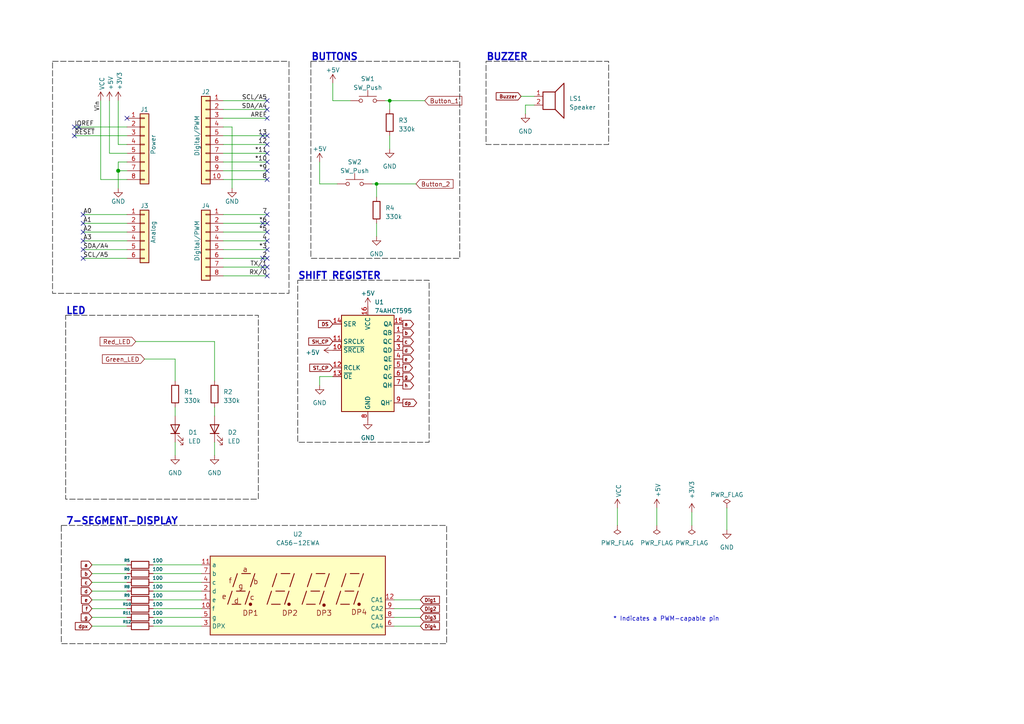
<source format=kicad_sch>
(kicad_sch (version 20230121) (generator eeschema)
  (paper "A4")
  (title_block (date "mar. 31 mars 2015"))
  (lib_symbols
    (symbol "+5V_1" (power) (pin_names (offset 0))
      (property "Value" "+5V_1" (at 0 3.556 0))
      (symbol "+5V_1_0_1"
        (polyline (pts (xy -0.762 1.27) (xy 0 2.54)))
        (polyline (pts (xy 0 0) (xy 0 2.54)))
        (polyline (pts (xy 0 2.54) (xy 0.762 1.27)))
      )
      (symbol "+5V_1_1_1"
        (pin power_in line (at 0 0 90) (length 0) hide (name "+5V") (number "1"))
      )
    )
    (symbol "+5V_2" (power) (pin_names (offset 0))
      (property "Value" "+5V_2" (at 0 3.556 0))
      (symbol "+5V_2_0_1"
        (polyline (pts (xy -0.762 1.27) (xy 0 2.54)))
        (polyline (pts (xy 0 0) (xy 0 2.54)))
        (polyline (pts (xy 0 2.54) (xy 0.762 1.27)))
      )
      (symbol "+5V_2_1_1"
        (pin power_in line (at 0 0 90) (length 0) hide (name "+5V") (number "1"))
      )
    )
    (symbol "+5V_3" (power) (pin_names (offset 0))
      (property "Value" "+5V_3" (at 0 3.556 0))
      (symbol "+5V_3_0_1"
        (polyline (pts (xy -0.762 1.27) (xy 0 2.54)))
        (polyline (pts (xy 0 0) (xy 0 2.54)))
        (polyline (pts (xy 0 2.54) (xy 0.762 1.27)))
      )
      (symbol "+5V_3_1_1"
        (pin power_in line (at 0 0 90) (length 0) hide (name "+5V") (number "1"))
      )
    )
    (symbol "74xx:74AHCT595"
      (property "Reference" "U" (at -7.62 13.97 0))
      (property "Value" "74AHCT595" (at -7.62 -16.51 0))
      (symbol "74AHCT595_1_0"
        (pin tri_state line (at 10.16 7.62 180) (length 2.54) (name "QB") (number "1"))
        (pin input line (at -10.16 2.54 0) (length 2.54) (name "~{SRCLR}") (number "10"))
        (pin input line (at -10.16 5.08 0) (length 2.54) (name "SRCLK") (number "11"))
        (pin input line (at -10.16 -2.54 0) (length 2.54) (name "RCLK") (number "12"))
        (pin input line (at -10.16 -5.08 0) (length 2.54) (name "~{OE}") (number "13"))
        (pin input line (at -10.16 10.16 0) (length 2.54) (name "SER") (number "14"))
        (pin tri_state line (at 10.16 10.16 180) (length 2.54) (name "QA") (number "15"))
        (pin power_in line (at 0 15.24 270) (length 2.54) (name "VCC") (number "16"))
        (pin tri_state line (at 10.16 5.08 180) (length 2.54) (name "QC") (number "2"))
        (pin tri_state line (at 10.16 2.54 180) (length 2.54) (name "QD") (number "3"))
        (pin tri_state line (at 10.16 0 180) (length 2.54) (name "QE") (number "4"))
        (pin tri_state line (at 10.16 -2.54 180) (length 2.54) (name "QF") (number "5"))
        (pin tri_state line (at 10.16 -5.08 180) (length 2.54) (name "QG") (number "6"))
        (pin tri_state line (at 10.16 -7.62 180) (length 2.54) (name "QH") (number "7"))
        (pin power_in line (at 0 -17.78 90) (length 2.54) (name "GND") (number "8"))
        (pin output line (at 10.16 -12.7 180) (length 2.54) (name "QH'") (number "9"))
      )
      (symbol "74AHCT595_1_1"
        (rectangle (start -7.62 12.7) (end 7.62 -15.24) (stroke (width 0.254)) (fill (type background)))
      )
    )
    (symbol "Connector_Generic:Conn_01x06" (pin_names (offset 1.016) hide)
      (property "Reference" "J" (at 0 7.62 0))
      (property "Value" "Conn_01x06" (at 0 -10.16 0))
      (symbol "Conn_01x06_1_1"
        (rectangle (start -1.27 -7.493) (end 0 -7.747) (stroke (width 0.1524)))
        (rectangle (start -1.27 -4.953) (end 0 -5.207) (stroke (width 0.1524)))
        (rectangle (start -1.27 -2.413) (end 0 -2.667) (stroke (width 0.1524)))
        (rectangle (start -1.27 0.127) (end 0 -0.127) (stroke (width 0.1524)))
        (rectangle (start -1.27 2.667) (end 0 2.413) (stroke (width 0.1524)))
        (rectangle (start -1.27 5.207) (end 0 4.953) (stroke (width 0.1524)))
        (rectangle (start -1.27 6.35) (end 1.27 -8.89) (stroke (width 0.254)) (fill (type background)))
        (pin passive line (at -5.08 5.08 0) (length 3.81) (name "Pin_1") (number "1"))
        (pin passive line (at -5.08 2.54 0) (length 3.81) (name "Pin_2") (number "2"))
        (pin passive line (at -5.08 0 0) (length 3.81) (name "Pin_3") (number "3"))
        (pin passive line (at -5.08 -2.54 0) (length 3.81) (name "Pin_4") (number "4"))
        (pin passive line (at -5.08 -5.08 0) (length 3.81) (name "Pin_5") (number "5"))
        (pin passive line (at -5.08 -7.62 0) (length 3.81) (name "Pin_6") (number "6"))
      )
    )
    (symbol "Connector_Generic:Conn_01x08" (pin_names (offset 1.016) hide)
      (property "Reference" "J" (at 0 10.16 0))
      (property "Value" "Conn_01x08" (at 0 -12.7 0))
      (symbol "Conn_01x08_1_1"
        (rectangle (start -1.27 -10.033) (end 0 -10.287) (stroke (width 0.1524)))
        (rectangle (start -1.27 -7.493) (end 0 -7.747) (stroke (width 0.1524)))
        (rectangle (start -1.27 -4.953) (end 0 -5.207) (stroke (width 0.1524)))
        (rectangle (start -1.27 -2.413) (end 0 -2.667) (stroke (width 0.1524)))
        (rectangle (start -1.27 0.127) (end 0 -0.127) (stroke (width 0.1524)))
        (rectangle (start -1.27 2.667) (end 0 2.413) (stroke (width 0.1524)))
        (rectangle (start -1.27 5.207) (end 0 4.953) (stroke (width 0.1524)))
        (rectangle (start -1.27 7.747) (end 0 7.493) (stroke (width 0.1524)))
        (rectangle (start -1.27 8.89) (end 1.27 -11.43) (stroke (width 0.254)) (fill (type background)))
        (pin passive line (at -5.08 7.62 0) (length 3.81) (name "Pin_1") (number "1"))
        (pin passive line (at -5.08 5.08 0) (length 3.81) (name "Pin_2") (number "2"))
        (pin passive line (at -5.08 2.54 0) (length 3.81) (name "Pin_3") (number "3"))
        (pin passive line (at -5.08 0 0) (length 3.81) (name "Pin_4") (number "4"))
        (pin passive line (at -5.08 -2.54 0) (length 3.81) (name "Pin_5") (number "5"))
        (pin passive line (at -5.08 -5.08 0) (length 3.81) (name "Pin_6") (number "6"))
        (pin passive line (at -5.08 -7.62 0) (length 3.81) (name "Pin_7") (number "7"))
        (pin passive line (at -5.08 -10.16 0) (length 3.81) (name "Pin_8") (number "8"))
      )
    )
    (symbol "Connector_Generic:Conn_01x10" (pin_names (offset 1.016) hide)
      (property "Reference" "J" (at 0 12.7 0))
      (property "Value" "Conn_01x10" (at 0 -15.24 0))
      (symbol "Conn_01x10_1_1"
        (rectangle (start -1.27 -12.573) (end 0 -12.827) (stroke (width 0.1524)))
        (rectangle (start -1.27 -10.033) (end 0 -10.287) (stroke (width 0.1524)))
        (rectangle (start -1.27 -7.493) (end 0 -7.747) (stroke (width 0.1524)))
        (rectangle (start -1.27 -4.953) (end 0 -5.207) (stroke (width 0.1524)))
        (rectangle (start -1.27 -2.413) (end 0 -2.667) (stroke (width 0.1524)))
        (rectangle (start -1.27 0.127) (end 0 -0.127) (stroke (width 0.1524)))
        (rectangle (start -1.27 2.667) (end 0 2.413) (stroke (width 0.1524)))
        (rectangle (start -1.27 5.207) (end 0 4.953) (stroke (width 0.1524)))
        (rectangle (start -1.27 7.747) (end 0 7.493) (stroke (width 0.1524)))
        (rectangle (start -1.27 10.287) (end 0 10.033) (stroke (width 0.1524)))
        (rectangle (start -1.27 11.43) (end 1.27 -13.97) (stroke (width 0.254)) (fill (type background)))
        (pin passive line (at -5.08 10.16 0) (length 3.81) (name "Pin_1") (number "1"))
        (pin passive line (at -5.08 -12.7 0) (length 3.81) (name "Pin_10") (number "10"))
        (pin passive line (at -5.08 7.62 0) (length 3.81) (name "Pin_2") (number "2"))
        (pin passive line (at -5.08 5.08 0) (length 3.81) (name "Pin_3") (number "3"))
        (pin passive line (at -5.08 2.54 0) (length 3.81) (name "Pin_4") (number "4"))
        (pin passive line (at -5.08 0 0) (length 3.81) (name "Pin_5") (number "5"))
        (pin passive line (at -5.08 -2.54 0) (length 3.81) (name "Pin_6") (number "6"))
        (pin passive line (at -5.08 -5.08 0) (length 3.81) (name "Pin_7") (number "7"))
        (pin passive line (at -5.08 -7.62 0) (length 3.81) (name "Pin_8") (number "8"))
        (pin passive line (at -5.08 -10.16 0) (length 3.81) (name "Pin_9") (number "9"))
      )
    )
    (symbol "Device:LED" (pin_numbers hide) (pin_names (offset 1.016) hide)
      (property "Reference" "D" (at 0 2.54 0))
      (property "Value" "LED" (at 0 -2.54 0))
      (symbol "LED_0_1"
        (polyline (pts (xy -1.27 -1.27) (xy -1.27 1.27)) (stroke (width 0.254)))
        (polyline (pts (xy -1.27 0) (xy 1.27 0)))
        (polyline (pts (xy 1.27 -1.27) (xy 1.27 1.27) (xy -1.27 0) (xy 1.27 -1.27)) (stroke (width 0.254)))
        (polyline (pts (xy -3.048 -0.762) (xy -4.572 -2.286) (xy -3.81 -2.286) (xy -4.572 -2.286) (xy -4.572 -1.524)))
        (polyline (pts (xy -1.778 -0.762) (xy -3.302 -2.286) (xy -2.54 -2.286) (xy -3.302 -2.286) (xy -3.302 -1.524)))
      )
      (symbol "LED_1_1"
        (pin passive line (at -3.81 0 0) (length 2.54) (name "K") (number "1"))
        (pin passive line (at 3.81 0 180) (length 2.54) (name "A") (number "2"))
      )
    )
    (symbol "Device:R" (pin_numbers hide) (pin_names (offset 0))
      (property "Reference" "R" (at 2.032 0 90))
      (property "Value" "R" (at 0 0 90))
      (symbol "R_0_1"
        (rectangle (start -1.016 -2.54) (end 1.016 2.54) (stroke (width 0.254)))
      )
      (symbol "R_1_1"
        (pin passive line (at 0 3.81 270) (length 1.27) (name "~") (number "1"))
        (pin passive line (at 0 -3.81 90) (length 1.27) (name "~") (number "2"))
      )
    )
    (symbol "Device:Speaker" (pin_names (offset 0) hide)
      (property "Reference" "LS" (at 1.27 5.715 0))
      (property "Value" "Speaker" (at 1.27 3.81 0))
      (symbol "Speaker_0_0"
        (rectangle (start -2.54 1.27) (end 1.016 -3.81) (stroke (width 0.254)))
        (polyline (pts (xy 1.016 1.27) (xy 3.556 3.81) (xy 3.556 -6.35) (xy 1.016 -3.81)) (stroke (width 0.254)))
      )
      (symbol "Speaker_1_1"
        (pin input line (at -5.08 0 0) (length 2.54) (name "1") (number "1"))
        (pin input line (at -5.08 -2.54 0) (length 2.54) (name "2") (number "2"))
      )
    )
    (symbol "Display_Character:CA56-12EWA"
      (property "Reference" "U2" (at 0 16.51 0))
      (property "Value" "CA56-12EWA" (at 0 13.97 0))
      (symbol "CA56-12EWA_0_0"
        (rectangle (start -25.4 10.16) (end 25.4 -12.7) (stroke (width 0.254)) (fill (type background)))
        (polyline (pts (xy -20.32 -3.81) (xy -19.05 0)) (stroke (width 0.254)))
        (polyline (pts (xy -19.05 -3.81) (xy -16.51 -3.81)) (stroke (width 0.254)))
        (polyline (pts (xy -18.796 1.27) (xy -17.526 5.08)) (stroke (width 0.254)))
        (polyline (pts (xy -17.78 0) (xy -15.24 0)) (stroke (width 0.254)))
        (polyline (pts (xy -16.256 5.08) (xy -13.716 5.08)) (stroke (width 0.254)))
        (polyline (pts (xy -15.24 -3.81) (xy -13.97 0)) (stroke (width 0.254)))
        (polyline (pts (xy -13.716 1.27) (xy -12.446 5.08)) (stroke (width 0.254)))
        (polyline (pts (xy -8.89 -3.81) (xy -7.62 0)) (stroke (width 0.254)))
        (polyline (pts (xy -7.62 -3.81) (xy -5.08 -3.81)) (stroke (width 0.254)))
        (polyline (pts (xy -7.366 1.27) (xy -6.096 5.08)) (stroke (width 0.254)))
        (polyline (pts (xy -6.35 0) (xy -3.81 0)) (stroke (width 0.254)))
        (polyline (pts (xy -4.826 5.08) (xy -2.286 5.08)) (stroke (width 0.254)))
        (polyline (pts (xy -3.81 -3.81) (xy -2.54 0)) (stroke (width 0.254)))
        (polyline (pts (xy -2.286 1.27) (xy -1.016 5.08)) (stroke (width 0.254)))
        (polyline (pts (xy 1.27 -3.81) (xy 2.54 0)) (stroke (width 0.254)))
        (polyline (pts (xy 2.54 -3.81) (xy 5.08 -3.81)) (stroke (width 0.254)))
        (polyline (pts (xy 2.794 1.27) (xy 4.064 5.08)) (stroke (width 0.254)))
        (polyline (pts (xy 3.81 0) (xy 6.35 0)) (stroke (width 0.254)))
        (polyline (pts (xy 5.334 5.08) (xy 7.874 5.08)) (stroke (width 0.254)))
        (polyline (pts (xy 6.35 -3.81) (xy 7.62 0)) (stroke (width 0.254)))
        (polyline (pts (xy 7.874 1.27) (xy 9.144 5.08)) (stroke (width 0.254)))
        (polyline (pts (xy 11.176 -3.81) (xy 12.446 0)) (stroke (width 0.254)))
        (polyline (pts (xy 12.446 -3.81) (xy 14.986 -3.81)) (stroke (width 0.254)))
        (polyline (pts (xy 12.7 1.27) (xy 13.97 5.08)) (stroke (width 0.254)))
        (polyline (pts (xy 13.716 0) (xy 16.256 0)) (stroke (width 0.254)))
        (polyline (pts (xy 15.24 5.08) (xy 17.78 5.08)) (stroke (width 0.254)))
        (polyline (pts (xy 16.256 -3.81) (xy 17.526 0)) (stroke (width 0.254)))
        (polyline (pts (xy 17.78 1.27) (xy 19.05 5.08)) (stroke (width 0.254)))
        (text "a" (at -15.24 6.35 0) (effects (font (size 1.524 1.524))))
        (text "b" (at -12.192 2.794 0) (effects (font (size 1.524 1.524))))
        (text "c" (at -13.208 -1.778 0) (effects (font (size 1.524 1.524))))
        (text "d" (at -17.78 -2.794 0) (effects (font (size 1.524 1.524))))
        (text "DP1" (at -13.716 -6.35 0) (effects (font (size 1.524 1.524))))
        (text "DP2" (at -2.286 -6.35 0) (effects (font (size 1.524 1.524))))
        (text "DP3" (at 7.62 -6.35 0) (effects (font (size 1.524 1.524))))
        (text "DP4" (at 17.78 -6.096 0) (effects (font (size 1.524 1.524))))
        (text "e" (at -21.336 -1.524 0) (effects (font (size 1.524 1.524))))
        (text "f" (at -19.558 3.048 0) (effects (font (size 1.524 1.524))))
        (text "g" (at -16.51 1.524 0) (effects (font (size 1.524 1.524))))
      )
      (symbol "CA56-12EWA_0_1"
        (circle (center -13.716 -3.81) (radius 0.3556) (stroke (width 0.254)) (fill (type outline)))
        (circle (center -2.54 -3.81) (radius 0.3556) (stroke (width 0.254)) (fill (type outline)))
      )
      (symbol "CA56-12EWA_1_0"
        (circle (center 7.62 -4.064) (radius 0.3556) (stroke (width 0.254)) (fill (type outline)))
        (circle (center 17.78 -3.81) (radius 0.3556) (stroke (width 0.254)) (fill (type outline)))
      )
      (symbol "CA56-12EWA_1_1"
        (pin input line (at -27.94 -2.54 0) (length 2.54) (name "e") (number "1"))
        (pin input line (at -27.94 -5.08 0) (length 2.54) (name "f") (number "10"))
        (pin input line (at -27.94 7.62 0) (length 2.54) (name "a") (number "11"))
        (pin input line (at 27.94 -2.54 180) (length 2.54) (name "CA1") (number "12"))
        (pin input line (at -27.94 0 0) (length 2.54) (name "d") (number "2"))
        (pin input line (at -27.94 -10.16 0) (length 2.54) (name "DPX") (number "3"))
        (pin input line (at -27.94 2.54 0) (length 2.54) (name "c") (number "4"))
        (pin input line (at -27.94 -7.62 0) (length 2.54) (name "g") (number "5"))
        (pin input line (at 27.94 -10.16 180) (length 2.54) (name "CA4") (number "6"))
        (pin input line (at -27.94 5.08 0) (length 2.54) (name "b") (number "7"))
        (pin input line (at 27.94 -7.62 180) (length 2.54) (name "CA3") (number "8"))
        (pin input line (at 27.94 -5.08 180) (length 2.54) (name "CA2") (number "9"))
      )
    )
    (symbol "GND_1" (power) (pin_names (offset 0))
      (property "Value" "GND_1" (at 0 -3.81 0))
      (symbol "GND_1_0_1"
        (polyline (pts (xy 0 0) (xy 0 -1.27) (xy 1.27 -1.27) (xy 0 -2.54) (xy -1.27 -1.27) (xy 0 -1.27)))
      )
      (symbol "GND_1_1_1"
        (pin power_in line (at 0 0 270) (length 0) hide (name "GND") (number "1"))
      )
    )
    (symbol "GND_2" (power) (pin_names (offset 0))
      (property "Value" "GND_2" (at 0 -3.81 0))
      (symbol "GND_2_0_1"
        (polyline (pts (xy 0 0) (xy 0 -1.27) (xy 1.27 -1.27) (xy 0 -2.54) (xy -1.27 -1.27) (xy 0 -1.27)))
      )
      (symbol "GND_2_1_1"
        (pin power_in line (at 0 0 270) (length 0) hide (name "GND") (number "1"))
      )
    )
    (symbol "GND_3" (power) (pin_names (offset 0))
      (property "Value" "GND_3" (at 0 -3.81 0))
      (symbol "GND_3_0_1"
        (polyline (pts (xy 0 0) (xy 0 -1.27) (xy 1.27 -1.27) (xy 0 -2.54) (xy -1.27 -1.27) (xy 0 -1.27)))
      )
      (symbol "GND_3_1_1"
        (pin power_in line (at 0 0 270) (length 0) hide (name "GND") (number "1"))
      )
    )
    (symbol "Switch:SW_Push" (pin_numbers hide) (pin_names (offset 1.016) hide)
      (property "Reference" "SW" (at 1.27 2.54 0))
      (property "Value" "SW_Push" (at 0 -1.524 0))
      (symbol "SW_Push_0_1"
        (circle (center -2.032 0) (radius 0.508))
        (polyline (pts (xy 0 1.27) (xy 0 3.048)))
        (polyline (pts (xy 2.54 1.27) (xy -2.54 1.27)))
        (circle (center 2.032 0) (radius 0.508))
        (pin passive line (at -5.08 0 0) (length 2.54) (name "1") (number "1"))
        (pin passive line (at 5.08 0 180) (length 2.54) (name "2") (number "2"))
      )
    )
    (symbol "power:+3V3" (power) (pin_names (offset 0))
      (property "Value" "+3V3" (at 0 3.556 0))
      (symbol "+3V3_0_1"
        (polyline (pts (xy -0.762 1.27) (xy 0 2.54)))
        (polyline (pts (xy 0 0) (xy 0 2.54)))
        (polyline (pts (xy 0 2.54) (xy 0.762 1.27)))
      )
      (symbol "+3V3_1_1"
        (pin power_in line (at 0 0 90) (length 0) hide (name "+3V3") (number "1"))
      )
    )
    (symbol "power:+5V" (power) (pin_names (offset 0))
      (property "Value" "+5V" (at 0 3.556 0))
      (symbol "+5V_0_1"
        (polyline (pts (xy -0.762 1.27) (xy 0 2.54)))
        (polyline (pts (xy 0 0) (xy 0 2.54)))
        (polyline (pts (xy 0 2.54) (xy 0.762 1.27)))
      )
      (symbol "+5V_1_1"
        (pin power_in line (at 0 0 90) (length 0) hide (name "+5V") (number "1"))
      )
    )
    (symbol "power:GND" (power) (pin_names (offset 0))
      (property "Value" "GND" (at 0 -3.81 0))
      (symbol "GND_0_1"
        (polyline (pts (xy 0 0) (xy 0 -1.27) (xy 1.27 -1.27) (xy 0 -2.54) (xy -1.27 -1.27) (xy 0 -1.27)))
      )
      (symbol "GND_1_1"
        (pin power_in line (at 0 0 270) (length 0) hide (name "GND") (number "1"))
      )
    )
    (symbol "power:PWR_FLAG" (power) (pin_numbers hide) (pin_names (offset 0) hide)
      (property "Value" "PWR_FLAG" (at 0 3.81 0))
      (symbol "PWR_FLAG_0_0"
        (pin power_out line (at 0 0 90) (length 0) (name "pwr") (number "1"))
      )
      (symbol "PWR_FLAG_0_1"
        (polyline (pts (xy 0 0) (xy 0 1.27) (xy -1.016 1.905) (xy 0 2.54) (xy 1.016 1.905) (xy 0 1.27)))
      )
    )
    (symbol "power:VCC" (power) (pin_names (offset 0))
      (property "Value" "VCC" (at 0 3.81 0))
      (symbol "VCC_0_1"
        (polyline (pts (xy -0.762 1.27) (xy 0 2.54)))
        (polyline (pts (xy 0 0) (xy 0 2.54)))
        (polyline (pts (xy 0 2.54) (xy 0.762 1.27)))
      )
      (symbol "VCC_1_1"
        (pin power_in line (at 0 0 90) (length 0) hide (name "VCC") (number "1"))
      )
    )
  )
  (junction (at 113.03 29.21))
  (junction (at 34.29 49.53) (diameter 1.016))
  (junction (at 109.22 53.34))
  (no_connect (at 76.2 64.77))
  (no_connect (at 77.47 52.07))
  (no_connect (at 77.47 49.53))
  (no_connect (at 76.2 77.47))
  (no_connect (at 77.47 80.01))
  (no_connect (at 24.13 62.23))
  (no_connect (at 77.47 46.99))
  (no_connect (at 77.47 39.37))
  (no_connect (at 24.13 69.85))
  (no_connect (at 21.59 36.83))
  (no_connect (at 76.2 39.37))
  (no_connect (at 77.47 29.21))
  (no_connect (at 77.47 41.91))
  (no_connect (at 77.47 77.47))
  (no_connect (at 77.47 74.93))
  (no_connect (at 77.47 69.85))
  (no_connect (at 77.47 44.45))
  (no_connect (at 24.13 64.77))
  (no_connect (at 22.86 36.83))
  (no_connect (at 77.47 31.75))
  (no_connect (at 24.13 74.93))
  (no_connect (at 77.47 67.31))
  (no_connect (at 24.13 72.39))
  (no_connect (at 77.47 62.23))
  (no_connect (at 24.13 67.31))
  (no_connect (at 77.47 34.29))
  (no_connect (at 36.83 34.29))
  (no_connect (at 76.2 74.93))
  (no_connect (at 21.59 39.37))
  (no_connect (at 77.47 72.39))
  (no_connect (at 77.47 64.77))
  (wire (pts (xy 64.77 80.01) (xy 77.47 80.01)))
  (wire (pts (xy 92.71 111.76) (xy 92.71 109.22)))
  (wire (pts (xy 50.8 118.11) (xy 50.8 120.65)))
  (wire (pts (xy 64.77 46.99) (xy 77.47 46.99)))
  (wire (pts (xy 26.67 173.99) (xy 36.83 173.99)))
  (wire (pts (xy 26.67 179.07) (xy 36.83 179.07)))
  (wire (pts (xy 64.77 29.21) (xy 77.47 29.21)))
  (wire (pts (xy 34.29 46.99) (xy 34.29 49.53)))
  (wire (pts (xy 109.22 53.34) (xy 109.22 57.15)))
  (wire (pts (xy 97.79 53.34) (xy 92.71 53.34)))
  (wire (pts (xy 24.13 74.93) (xy 36.83 74.93)))
  (wire (pts (xy 92.71 109.22) (xy 96.52 109.22)))
  (wire (pts (xy 26.67 171.45) (xy 36.83 171.45)))
  (wire (pts (xy 113.03 29.21) (xy 111.76 29.21)))
  (wire (pts (xy 34.29 49.53) (xy 34.29 54.61)))
  (wire (pts (xy 34.29 41.91) (xy 36.83 41.91)))
  (wire (pts (xy 31.75 44.45) (xy 36.83 44.45)))
  (wire (pts (xy 114.3 176.53) (xy 121.92 176.53)))
  (wire (pts (xy 31.75 29.21) (xy 31.75 44.45)))
  (wire (pts (xy 114.3 181.61) (xy 121.92 181.61)))
  (wire (pts (xy 107.95 53.34) (xy 109.22 53.34)))
  (wire (pts (xy 64.77 39.37) (xy 77.47 39.37)))
  (wire (pts (xy 34.29 29.21) (xy 34.29 41.91)))
  (wire (pts (xy 64.77 62.23) (xy 77.47 62.23)))
  (wire (pts (xy 44.45 181.61) (xy 58.42 181.61)))
  (wire (pts (xy 151.13 27.94) (xy 154.94 27.94)))
  (wire (pts (xy 36.83 62.23) (xy 24.13 62.23)))
  (wire (pts (xy 64.77 41.91) (xy 77.47 41.91)))
  (wire (pts (xy 64.77 64.77) (xy 77.47 64.77)))
  (wire (pts (xy 113.03 39.37) (xy 113.03 43.18)))
  (wire (pts (xy 113.03 31.75) (xy 113.03 29.21)))
  (wire (pts (xy 109.22 53.34) (xy 120.65 53.34)))
  (wire (pts (xy 26.67 166.37) (xy 36.83 166.37)))
  (wire (pts (xy 64.77 49.53) (xy 77.47 49.53)))
  (wire (pts (xy 200.66 148.59) (xy 200.66 152.4)))
  (wire (pts (xy 109.22 64.77) (xy 109.22 68.58)))
  (wire (pts (xy 41.91 104.14) (xy 50.8 104.14)))
  (wire (pts (xy 190.5 147.32) (xy 190.5 152.4)))
  (wire (pts (xy 44.45 166.37) (xy 58.42 166.37)))
  (wire (pts (xy 64.77 69.85) (xy 77.47 69.85)))
  (wire (pts (xy 114.3 179.07) (xy 121.92 179.07)))
  (wire (pts (xy 21.59 36.83) (xy 36.83 36.83)))
  (wire (pts (xy 154.94 30.48) (xy 152.4 30.48)))
  (wire (pts (xy 92.71 53.34) (xy 92.71 46.99)))
  (wire (pts (xy 67.31 36.83) (xy 67.31 54.61)))
  (wire (pts (xy 64.77 34.29) (xy 77.47 34.29)))
  (wire (pts (xy 152.4 30.48) (xy 152.4 33.02)))
  (wire (pts (xy 36.83 67.31) (xy 24.13 67.31)))
  (wire (pts (xy 21.59 39.37) (xy 36.83 39.37)))
  (wire (pts (xy 44.45 168.91) (xy 58.42 168.91)))
  (wire (pts (xy 36.83 49.53) (xy 34.29 49.53)))
  (wire (pts (xy 36.83 52.07) (xy 29.21 52.07)))
  (wire (pts (xy 39.37 99.06) (xy 62.23 99.06)))
  (wire (pts (xy 24.13 64.77) (xy 36.83 64.77)))
  (wire (pts (xy 210.82 147.32) (xy 210.82 153.67)))
  (wire (pts (xy 44.45 171.45) (xy 58.42 171.45)))
  (wire (pts (xy 62.23 128.27) (xy 62.23 132.08)))
  (wire (pts (xy 121.92 173.99) (xy 114.3 173.99)))
  (wire (pts (xy 62.23 118.11) (xy 62.23 120.65)))
  (wire (pts (xy 50.8 128.27) (xy 50.8 132.08)))
  (wire (pts (xy 64.77 36.83) (xy 67.31 36.83)))
  (wire (pts (xy 36.83 46.99) (xy 34.29 46.99)))
  (wire (pts (xy 101.6 29.21) (xy 96.52 29.21)))
  (wire (pts (xy 62.23 99.06) (xy 62.23 110.49)))
  (wire (pts (xy 64.77 44.45) (xy 77.47 44.45)))
  (wire (pts (xy 179.07 147.32) (xy 179.07 152.4)))
  (wire (pts (xy 26.67 163.83) (xy 36.83 163.83)))
  (wire (pts (xy 50.8 104.14) (xy 50.8 110.49)))
  (wire (pts (xy 26.67 168.91) (xy 36.83 168.91)))
  (wire (pts (xy 44.45 173.99) (xy 58.42 173.99)))
  (wire (pts (xy 64.77 67.31) (xy 77.47 67.31)))
  (wire (pts (xy 96.52 29.21) (xy 96.52 24.13)))
  (wire (pts (xy 24.13 69.85) (xy 36.83 69.85)))
  (wire (pts (xy 44.45 163.83) (xy 58.42 163.83)))
  (wire (pts (xy 64.77 31.75) (xy 77.47 31.75)))
  (wire (pts (xy 64.77 74.93) (xy 77.47 74.93)))
  (wire (pts (xy 44.45 176.53) (xy 58.42 176.53)))
  (wire (pts (xy 64.77 72.39) (xy 77.47 72.39)))
  (wire (pts (xy 26.67 181.61) (xy 36.83 181.61)))
  (wire (pts (xy 26.67 176.53) (xy 36.83 176.53)))
  (wire (pts (xy 44.45 179.07) (xy 58.42 179.07)))
  (wire (pts (xy 64.77 77.47) (xy 77.47 77.47)))
  (wire (pts (xy 29.21 52.07) (xy 29.21 29.21)))
  (wire (pts (xy 113.03 29.21) (xy 123.19 29.21)))
  (wire (pts (xy 36.83 72.39) (xy 24.13 72.39)))
  (wire (pts (xy 64.77 52.07) (xy 77.47 52.07)))
  (rectangle (start 86.36 81.28) (end 124.46 128.27) (stroke (width 0) (type dash) (color 0 0 0 1)))
  (rectangle (start 90.17 17.78) (end 133.35 74.93) (stroke (width 0) (type dash) (color 0 0 0 1)))
  (rectangle (start 140.97 17.78) (end 176.53 41.91) (stroke (width 0) (type dash) (color 0 0 0 1)))
  (rectangle (start 15.24 17.78) (end 83.82 85.09) (stroke (width 0) (type dash) (color 0 0 0 1)))
  (rectangle (start 17.78 152.4) (end 129.54 186.69) (stroke (width 0) (type dash) (color 0 0 0 1)))
  (rectangle (start 19.05 91.44) (end 74.93 144.78) (stroke (width 0) (type dash) (color 0 0 0 1)))
  (text "BUTTONS" (at 90.17 17.78 0) (effects (font (size 2 2) (thickness 0.4) bold) (justify left bottom)))
  (text "BUZZER" (at 140.97 17.78 0) (effects (font (size 2 2) bold) (justify left bottom)))
  (text "LED" (at 19.05 91.44 0) (effects (font (size 2 2) (thickness 0.4) bold) (justify left bottom)))
  (text "* Indicates a PWM-capable pin" (at 177.8 180.34 0) (effects (font (size 1.27 1.27)) (justify left bottom)))
  (text "7-SEGMENT-DISPLAY" (at 19.05 152.4 0) (effects (font (size 2 2) bold) (justify left bottom)))
  (text "SHIFT REGISTER" (at 86.36 81.28 0) (effects (font (size 2 2) bold) (justify left bottom)))
  (label "RX{slash}0" (at 77.47 80.01 180))
  (label "A2" (at 24.13 67.31 0))
  (label "4" (at 77.47 69.85 180))
  (label "2" (at 77.47 74.93 180))
  (label "A3" (at 24.13 69.85 0))
  (label "13" (at 77.47 39.37 180))
  (label "12" (at 77.47 41.91 180))
  (label "~{RESET}" (at 21.59 39.37 0))
  (label "*10" (at 77.47 46.99 180))
  (label "7" (at 77.47 62.23 180))
  (label "SDA{slash}A4" (at 77.47 31.75 180))
  (label "8" (at 77.47 52.07 180))
  (label "*11" (at 77.47 44.45 180))
  (label "*3" (at 77.47 72.39 180))
  (label "A1" (at 24.13 64.77 0))
  (label "TX{slash}1" (at 77.47 77.47 180))
  (label "A0" (at 24.13 62.23 0))
  (label "AREF" (at 77.47 34.29 180))
  (label "Vin" (at 29.21 29.21 270))
  (label "*6" (at 77.47 64.77 180))
  (label "SCL{slash}A5" (at 77.47 29.21 180))
  (label "*9" (at 77.47 49.53 180))
  (label "*5" (at 77.47 67.31 180))
  (label "IOREF" (at 21.59 36.83 0))
  (label "SDA{slash}A4" (at 24.13 72.39 0))
  (label "SCL{slash}A5" (at 24.13 74.93 0))
  (global_label "e" (shape input) (at 26.67 173.99 180) (effects (font (size 1 1) bold)) (property "Intersheetrefs" "${INTERSHEET_REFS}" (effects hide)))
  (global_label "d" (shape input) (at 26.67 171.45 180) (effects (font (size 1 1) bold)) (property "Intersheetrefs" "${INTERSHEET_REFS}" (effects hide)))
  (global_label "DS" (shape input) (at 96.52 93.98 180) (effects (font (size 1 1) bold)) (property "Intersheetrefs" "${INTERSHEET_REFS}" (effects hide)))
  (global_label "SH_CP" (shape input) (at 96.52 99.06 180) (effects (font (size 1 1) bold)) (property "Intersheetrefs" "${INTERSHEET_REFS}" (effects hide)))
  (global_label "Red_LED" (shape input) (at 39.37 99.06 180) (property "Intersheetrefs" "${INTERSHEET_REFS}" (effects hide)))
  (global_label "Button_2" (shape input) (at 120.65 53.34 0) (property "Intersheetrefs" "${INTERSHEET_REFS}" (effects hide)))
  (global_label "c" (shape input) (at 26.67 168.91 180) (effects (font (size 1 1) bold)) (property "Intersheetrefs" "${INTERSHEET_REFS}" (effects hide)))
  (global_label "Green_LED" (shape input) (at 41.91 104.14 180) (property "Intersheetrefs" "${INTERSHEET_REFS}" (effects hide)))
  (global_label "f" (shape input) (at 26.67 176.53 180) (effects (font (size 1 1) bold)) (property "Intersheetrefs" "${INTERSHEET_REFS}" (effects hide)))
  (global_label "Dig2" (shape input) (at 121.92 176.53 0) (effects (font (size 1 1) bold)) (property "Intersheetrefs" "${INTERSHEET_REFS}" (effects hide)))
  (global_label "h" (shape output) (at 116.84 111.76 0) (effects (font (size 1 1) bold)) (property "Intersheetrefs" "${INTERSHEET_REFS}" (effects hide)))
  (global_label "d" (shape output) (at 116.84 101.6 0) (effects (font (size 1 1) bold)) (property "Intersheetrefs" "${INTERSHEET_REFS}" (effects hide)))
  (global_label "ST_CP" (shape input) (at 96.52 106.68 180) (effects (font (size 1 1) bold)) (property "Intersheetrefs" "${INTERSHEET_REFS}" (effects hide)))
  (global_label "dpx" (shape input) (at 26.67 181.61 180) (effects (font (size 1 1) bold)) (property "Intersheetrefs" "${INTERSHEET_REFS}" (effects hide)))
  (global_label "c" (shape output) (at 116.84 99.06 0) (effects (font (size 1 1) bold)) (property "Intersheetrefs" "${INTERSHEET_REFS}" (effects hide)))
  (global_label "Dig3" (shape input) (at 121.92 179.07 0) (effects (font (size 1 1) bold)) (property "Intersheetrefs" "${INTERSHEET_REFS}" (effects hide)))
  (global_label "e" (shape output) (at 116.84 104.14 0) (effects (font (size 1 1) bold)) (property "Intersheetrefs" "${INTERSHEET_REFS}" (effects hide)))
  (global_label "Dig4" (shape input) (at 121.92 181.61 0) (effects (font (size 1 1) bold)) (property "Intersheetrefs" "${INTERSHEET_REFS}" (effects hide)))
  (global_label "a" (shape output) (at 116.84 93.98 0) (effects (font (size 1 1) bold)) (property "Intersheetrefs" "${INTERSHEET_REFS}" (effects hide)))
  (global_label "b" (shape output) (at 116.84 96.52 0) (effects (font (size 1 1) bold)) (property "Intersheetrefs" "${INTERSHEET_REFS}" (effects hide)))
  (global_label "g" (shape input) (at 26.67 179.07 180) (effects (font (size 1 1) bold)) (property "Intersheetrefs" "${INTERSHEET_REFS}" (effects hide)))
  (global_label "b" (shape input) (at 26.67 166.37 180) (effects (font (size 1 1) bold)) (property "Intersheetrefs" "${INTERSHEET_REFS}" (effects hide)))
  (global_label "g" (shape output) (at 116.84 109.22 0) (effects (font (size 1 1) bold)) (property "Intersheetrefs" "${INTERSHEET_REFS}" (effects hide)))
  (global_label "f" (shape output) (at 116.84 106.68 0) (effects (font (size 1 1) bold)) (property "Intersheetrefs" "${INTERSHEET_REFS}" (effects hide)))
  (global_label "Buzzer" (shape input) (at 151.13 27.94 180) (effects (font (size 1 1) bold)) (property "Intersheetrefs" "${INTERSHEET_REFS}" (effects hide)))
  (global_label "a" (shape input) (at 26.67 163.83 180) (effects (font (size 1 1) bold)) (property "Intersheetrefs" "${INTERSHEET_REFS}" (effects hide)))
  (global_label "Button_1" (shape input) (at 123.19 29.21 0) (property "Intersheetrefs" "${INTERSHEET_REFS}" (effects hide)))
  (global_label "Dig1" (shape input) (at 121.92 173.99 0) (effects (font (size 1 1) bold)) (property "Intersheetrefs" "${INTERSHEET_REFS}" (effects hide)))
  (global_label "dp" (shape output) (at 116.84 116.84 0) (effects (font (size 1 1) bold)) (property "Intersheetrefs" "${INTERSHEET_REFS}" (effects hide)))
  (symbol (lib_id "Connector_Generic:Conn_01x08") (at 41.91 41.91 0) (unit 1)
    (property "Reference" "J1" (at 41.91 31.75 0))
    (property "Value" "Power" (at 44.45 41.91 90))
    (property "Footprint" "Connector_PinSocket_2.54mm:PinSocket_1x08_P2.54mm_Vertical" (effects hide))
  )
  (symbol (lib_id "power:+3V3") (at 34.29 29.21 0) (unit 1)
    (property "Reference" "#PWR03" (effects hide))
    (property "Value" "+3.3V" (at 34.671 26.162 90) (effects (justify left)))
  )
  (symbol (lib_id "power:+5V") (at 31.75 29.21 0) (unit 1)
    (property "Reference" "#PWR02" (effects hide))
    (property "Value" "+5V" (at 32.1056 26.162 90) (effects (justify left)))
  )
  (symbol (lib_id "power:GND") (at 34.29 54.61 0) (unit 1)
    (property "Reference" "#PWR04" (effects hide))
    (property "Value" "GND" (at 34.29 58.42 0))
  )
  (symbol (lib_id "Connector_Generic:Conn_01x10") (at 59.69 39.37 0) (mirror y) (unit 1)
    (property "Reference" "J2" (at 59.69 26.67 0))
    (property "Value" "Digital/PWM" (at 57.15 39.37 90))
    (property "Footprint" "Connector_PinSocket_2.54mm:PinSocket_1x10_P2.54mm_Vertical" (effects hide))
  )
  (symbol (lib_id "power:GND") (at 67.31 54.61 0) (unit 1)
    (property "Reference" "#PWR05" (effects hide))
    (property "Value" "GND" (at 67.31 58.42 0))
  )
  (symbol (lib_id "Connector_Generic:Conn_01x06") (at 41.91 67.31 0) (unit 1)
    (property "Reference" "J3" (at 41.91 59.69 0))
    (property "Value" "Analog" (at 44.45 67.31 90))
    (property "Footprint" "Connector_PinSocket_2.54mm:PinSocket_1x06_P2.54mm_Vertical" (effects hide))
  )
  (symbol (lib_id "Connector_Generic:Conn_01x08") (at 59.69 69.85 0) (mirror y) (unit 1)
    (property "Reference" "J4" (at 59.69 59.69 0))
    (property "Value" "Digital/PWM" (at 57.15 69.85 90))
    (property "Footprint" "Connector_PinSocket_2.54mm:PinSocket_1x08_P2.54mm_Vertical" (effects hide))
  )
  (symbol (lib_id "Device:LED") (at 50.8 124.46 90) (unit 1)
    (property "Reference" "D1" (at 54.61 125.4125 90) (effects (justify right)))
    (property "Value" "LED" (at 54.61 127.9525 90) (effects (justify right)))
    (property "Footprint" "LED_THT:LED_D3.0mm_Clear" (effects hide))
  )
  (symbol (lib_id "Device:R") (at 40.64 171.45 90) (unit 1)
    (property "Reference" "R8" (at 36.83 170.18 90) (effects (font (size 0.8 0.8))))
    (property "Value" "100" (at 45.72 170.18 90) (effects (font (size 1 1))))
    (property "Footprint" "Resistor_THT:R_Axial_DIN0207_L6.3mm_D2.5mm_P15.24mm_Horizontal" (effects hide))
  )
  (symbol (lib_id "Device:R") (at 40.64 163.83 90) (unit 1)
    (property "Reference" "R5" (at 36.83 162.56 90) (effects (font (size 0.8 0.8))))
    (property "Value" "100" (at 45.72 162.56 90) (effects (font (size 1 1))))
    (property "Footprint" "Resistor_THT:R_Axial_DIN0207_L6.3mm_D2.5mm_P15.24mm_Horizontal" (effects hide))
  )
  (symbol (lib_id "Device:R") (at 40.64 181.61 90) (unit 1)
    (property "Reference" "R12" (at 36.83 180.34 90) (effects (font (size 0.8 0.8))))
    (property "Value" "100" (at 45.72 180.34 90) (effects (font (size 1 1))))
    (property "Footprint" "Resistor_THT:R_Axial_DIN0207_L6.3mm_D2.5mm_P15.24mm_Horizontal" (effects hide))
  )
  (symbol (lib_name "+5V_2") (lib_id "power:+5V") (at 96.52 101.6 90) (unit 1)
    (property "Reference" "#PWR013" (effects hide))
    (property "Value" "+5V" (at 92.71 102.235 90) (effects (justify left)))
  )
  (symbol (lib_id "power:PWR_FLAG") (at 200.66 152.4 180) (unit 1)
    (property "Reference" "#FLG03" (effects hide))
    (property "Value" "PWR_FLAG" (at 200.66 157.48 0))
  )
  (symbol (lib_id "Device:R") (at 50.8 114.3 0) (unit 1)
    (property "Reference" "R1" (at 53.34 113.665 0) (effects (justify left)))
    (property "Value" "330k" (at 53.34 116.205 0) (effects (justify left)))
    (property "Footprint" "Resistor_THT:R_Axial_DIN0207_L6.3mm_D2.5mm_P10.16mm_Horizontal" (effects hide))
  )
  (symbol (lib_id "power:+5V") (at 190.5 147.32 0) (unit 1)
    (property "Reference" "#PWR018" (effects hide))
    (property "Value" "+5V" (at 190.8556 144.272 90) (effects (justify left)))
  )
  (symbol (lib_name "GND_1") (lib_id "power:GND") (at 210.82 153.67 0) (unit 1)
    (property "Reference" "#PWR020" (effects hide))
    (property "Value" "GND" (at 210.82 158.75 0))
  )
  (symbol (lib_name "GND_1") (lib_id "power:GND") (at 62.23 132.08 0) (unit 1)
    (property "Reference" "#PWR07" (effects hide))
    (property "Value" "GND" (at 62.23 137.16 0))
  )
  (symbol (lib_id "Device:R") (at 113.03 35.56 0) (unit 1)
    (property "Reference" "R3" (at 115.57 34.925 0) (effects (justify left)))
    (property "Value" "330k" (at 115.57 37.465 0) (effects (justify left)))
    (property "Footprint" "Resistor_THT:R_Axial_DIN0207_L6.3mm_D2.5mm_P15.24mm_Horizontal" (effects hide))
  )
  (symbol (lib_name "GND_1") (lib_id "power:GND") (at 92.71 111.76 0) (unit 1)
    (property "Reference" "#PWR012" (effects hide))
    (property "Value" "GND" (at 92.71 116.84 0))
  )
  (symbol (lib_id "Device:R") (at 109.22 60.96 0) (unit 1)
    (property "Reference" "R4" (at 111.76 60.325 0) (effects (justify left)))
    (property "Value" "330k" (at 111.76 62.865 0) (effects (justify left)))
    (property "Footprint" "Resistor_THT:R_Axial_DIN0207_L6.3mm_D2.5mm_P15.24mm_Horizontal" (effects hide))
  )
  (symbol (lib_id "Device:R") (at 40.64 166.37 90) (unit 1)
    (property "Reference" "R6" (at 36.83 165.1 90) (effects (font (size 0.8 0.8))))
    (property "Value" "100" (at 45.72 165.1 90) (effects (font (size 1 1))))
    (property "Footprint" "Resistor_THT:R_Axial_DIN0207_L6.3mm_D2.5mm_P15.24mm_Horizontal" (effects hide))
  )
  (symbol (lib_id "power:VCC") (at 29.21 29.21 0) (unit 1)
    (property "Reference" "#PWR01" (effects hide))
    (property "Value" "VCC" (at 29.591 26.162 90) (effects (justify left)))
  )
  (symbol (lib_id "power:PWR_FLAG") (at 190.5 152.4 180) (unit 1)
    (property "Reference" "#FLG02" (effects hide))
    (property "Value" "PWR_FLAG" (at 190.5 157.48 0))
  )
  (symbol (lib_id "power:VCC") (at 179.07 147.32 0) (unit 1)
    (property "Reference" "#PWR017" (effects hide))
    (property "Value" "VCC" (at 179.451 144.272 90) (effects (justify left)))
  )
  (symbol (lib_name "GND_1") (lib_id "power:GND") (at 113.03 43.18 0) (unit 1)
    (property "Reference" "#PWR011" (effects hide))
    (property "Value" "GND" (at 113.03 48.26 0))
  )
  (symbol (lib_id "Device:R") (at 40.64 173.99 90) (unit 1)
    (property "Reference" "R9" (at 36.83 172.72 90) (effects (font (size 0.8 0.8))))
    (property "Value" "100" (at 45.72 172.72 90) (effects (font (size 1 1))))
    (property "Footprint" "Resistor_THT:R_Axial_DIN0207_L6.3mm_D2.5mm_P15.24mm_Horizontal" (effects hide))
  )
  (symbol (lib_id "Device:R") (at 40.64 176.53 90) (unit 1)
    (property "Reference" "R10" (at 36.83 175.26 90) (effects (font (size 0.8 0.8))))
    (property "Value" "100" (at 45.72 175.26 90) (effects (font (size 1 1))))
    (property "Footprint" "Resistor_THT:R_Axial_DIN0207_L6.3mm_D2.5mm_P15.24mm_Horizontal" (effects hide))
  )
  (symbol (lib_name "+5V_1") (lib_id "power:+5V") (at 96.52 24.13 0) (unit 1)
    (property "Reference" "#PWR08" (effects hide))
    (property "Value" "+5V" (at 96.52 20.32 0))
  )
  (symbol (lib_id "Device:R") (at 62.23 114.3 0) (unit 1)
    (property "Reference" "R2" (at 64.77 113.665 0) (effects (justify left)))
    (property "Value" "330k" (at 64.77 116.205 0) (effects (justify left)))
    (property "Footprint" "Resistor_THT:R_Axial_DIN0207_L6.3mm_D2.5mm_P15.24mm_Horizontal" (effects hide))
  )
  (symbol (lib_name "GND_1") (lib_id "power:GND") (at 50.8 132.08 0) (unit 1)
    (property "Reference" "#PWR06" (effects hide))
    (property "Value" "GND" (at 50.8 137.16 0))
  )
  (symbol (lib_name "+5V_3") (lib_id "power:+5V") (at 106.68 88.9 0) (unit 1)
    (property "Reference" "#PWR014" (effects hide))
    (property "Value" "+5V" (at 106.68 85.09 0))
  )
  (symbol (lib_name "GND_1") (lib_id "power:GND") (at 109.22 68.58 0) (unit 1)
    (property "Reference" "#PWR010" (effects hide))
    (property "Value" "GND" (at 109.22 73.66 0))
  )
  (symbol (lib_id "Switch:SW_Push") (at 106.68 29.21 0) (unit 1)
    (property "Reference" "SW1" (at 106.68 22.86 0))
    (property "Value" "SW_Push" (at 106.68 25.4 0))
    (property "Footprint" "Button_Switch_THT:SW_PUSH_6mm" (effects hide))
  )
  (symbol (lib_id "power:PWR_FLAG") (at 179.07 152.4 180) (unit 1)
    (property "Reference" "#FLG01" (effects hide))
    (property "Value" "PWR_FLAG" (at 179.07 157.48 0))
  )
  (symbol (lib_id "power:PWR_FLAG") (at 210.82 147.32 0) (unit 1)
    (property "Reference" "#FLG04" (effects hide))
    (property "Value" "PWR_FLAG" (at 210.82 143.51 0))
  )
  (symbol (lib_name "GND_3") (lib_id "power:GND") (at 152.4 33.02 0) (unit 1)
    (property "Reference" "#PWR016" (effects hide))
    (property "Value" "GND" (at 152.4 38.1 0))
  )
  (symbol (lib_id "Device:LED") (at 62.23 124.46 90) (unit 1)
    (property "Reference" "D2" (at 66.04 125.4125 90) (effects (justify right)))
    (property "Value" "LED" (at 66.04 127.9525 90) (effects (justify right)))
    (property "Footprint" "LED_THT:LED_D3.0mm_Clear" (effects hide))
  )
  (symbol (lib_name "+5V_1") (lib_id "power:+5V") (at 92.71 46.99 0) (unit 1)
    (property "Reference" "#PWR09" (effects hide))
    (property "Value" "+5V" (at 92.71 43.18 0))
  )
  (symbol (lib_id "Device:R") (at 40.64 179.07 90) (unit 1)
    (property "Reference" "R11" (at 36.83 177.8 90) (effects (font (size 0.8 0.8))))
    (property "Value" "100" (at 45.72 177.8 90) (effects (font (size 1 1))))
    (property "Footprint" "Resistor_THT:R_Axial_DIN0207_L6.3mm_D2.5mm_P15.24mm_Horizontal" (effects hide))
  )
  (symbol (lib_id "power:+3V3") (at 200.66 148.59 0) (unit 1)
    (property "Reference" "#PWR019" (effects hide))
    (property "Value" "+3.3V" (at 200.66 144.78 90) (effects (justify left)))
  )
  (symbol (lib_id "Device:Speaker") (at 160.02 27.94 0) (unit 1)
    (property "Reference" "LS1" (at 165.1 28.575 0) (effects (justify left)))
    (property "Value" "Speaker" (at 165.1 31.115 0) (effects (justify left)))
    (property "Footprint" "Buzzer_Beeper:Buzzer_12x9.5RM7.6" (effects hide))
  )
  (symbol (lib_id "Device:R") (at 40.64 168.91 90) (unit 1)
    (property "Reference" "R7" (at 36.83 167.64 90) (effects (font (size 0.8 0.8))))
    (property "Value" "100" (at 45.72 167.64 90) (effects (font (size 1 1))))
    (property "Footprint" "Resistor_THT:R_Axial_DIN0207_L6.3mm_D2.5mm_P15.24mm_Horizontal" (effects hide))
  )
  (symbol (lib_id "Display_Character:CA56-12EWA") (at 86.36 171.45 0) (unit 1)
    (property "Reference" "U2" (at 86.36 154.94 0))
    (property "Value" "CA56-12EWA" (at 86.36 157.48 0))
    (property "Footprint" "Display_7Segment:CA56-12EWA" (effects hide))
    (property "Datasheet" "http://www.kingbrightusa.com/images/catalog/SPEC/CA56-12EWA.pdf" (effects hide))
  )
  (symbol (lib_id "Switch:SW_Push") (at 102.87 53.34 0) (unit 1)
    (property "Reference" "SW2" (at 102.87 46.99 0))
    (property "Value" "SW_Push" (at 102.87 49.53 0))
    (property "Footprint" "Button_Switch_THT:SW_PUSH_6mm" (effects hide))
  )
  (symbol (lib_name "GND_2") (lib_id "power:GND") (at 106.68 121.92 0) (unit 1)
    (property "Reference" "#PWR015" (effects hide))
    (property "Value" "GND" (at 106.68 127 0))
  )
  (symbol (lib_id "74xx:74AHCT595") (at 106.68 104.14 0) (unit 1)
    (property "Reference" "U1" (at 108.6359 87.63 0) (effects (justify left)))
    (property "Value" "74AHCT595" (at 108.6359 90.17 0) (effects (justify left)))
    (property "Datasheet" "https://assets.nexperia.com/documents/data-sheet/74AHC_AHCT595.pdf" (effects hide))
  )
)
</source>
